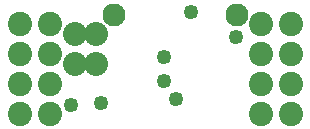
<source format=gbs>
G04 MADE WITH FRITZING*
G04 WWW.FRITZING.ORG*
G04 DOUBLE SIDED*
G04 HOLES PLATED*
G04 CONTOUR ON CENTER OF CONTOUR VECTOR*
%ASAXBY*%
%FSLAX23Y23*%
%MOIN*%
%OFA0B0*%
%SFA1.0B1.0*%
%ADD10C,0.049370*%
%ADD11C,0.080000*%
%ADD12C,0.080866*%
%ADD13C,0.076929*%
%LNMASK0*%
G90*
G70*
G54D10*
X375Y78D03*
X588Y153D03*
X275Y73D03*
G54D11*
X290Y208D03*
X290Y309D03*
X360Y208D03*
X360Y309D03*
G54D12*
X910Y243D03*
X910Y343D03*
X1010Y43D03*
X910Y43D03*
X1010Y343D03*
X1010Y143D03*
X910Y143D03*
X1010Y243D03*
X205Y243D03*
G54D13*
X420Y373D03*
G54D12*
X105Y243D03*
X105Y143D03*
X105Y43D03*
X105Y343D03*
X205Y143D03*
X205Y343D03*
G54D13*
X830Y373D03*
G54D12*
X205Y43D03*
G54D10*
X825Y298D03*
X678Y383D03*
X628Y93D03*
X588Y233D03*
G04 End of Mask0*
M02*
</source>
